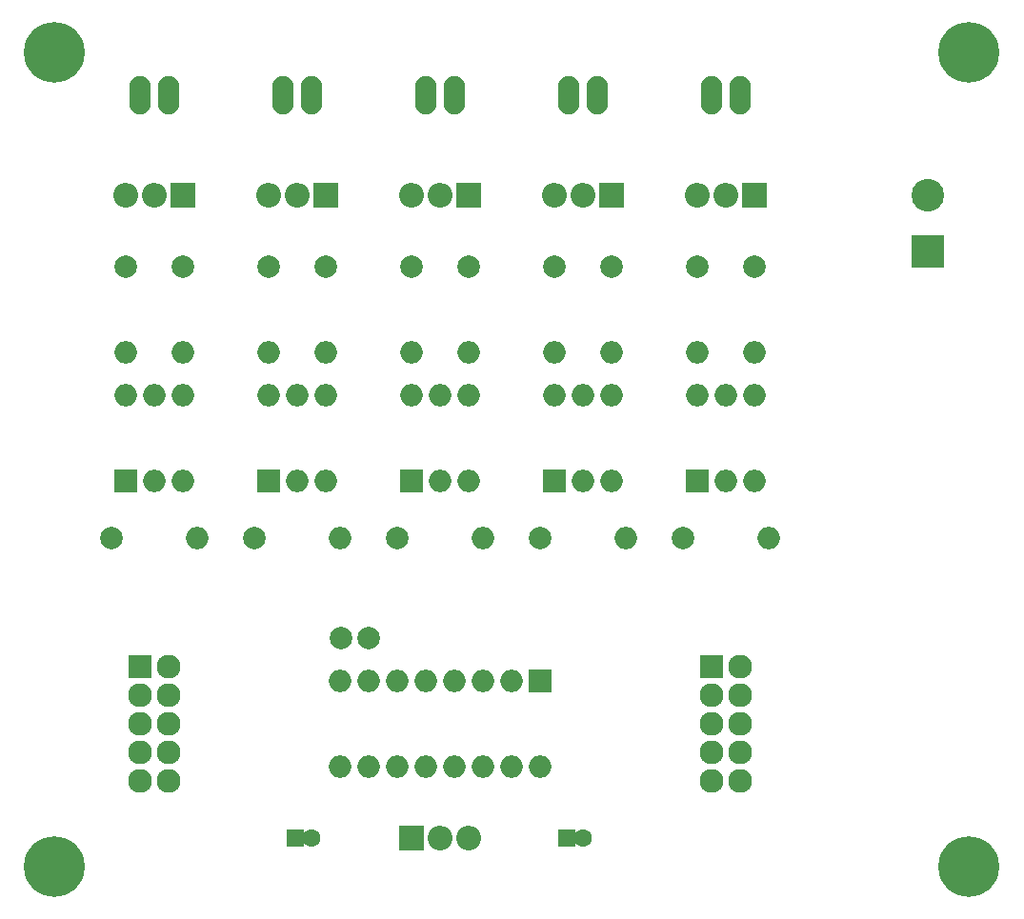
<source format=gts>
G04 #@! TF.FileFunction,Soldermask,Top*
%FSLAX46Y46*%
G04 Gerber Fmt 4.6, Leading zero omitted, Abs format (unit mm)*
G04 Created by KiCad (PCBNEW 4.0.5) date 09/05/17 09:18:43*
%MOMM*%
%LPD*%
G01*
G04 APERTURE LIST*
%ADD10C,0.100000*%
%ADD11R,2.127200X2.127200*%
%ADD12O,2.127200X2.127200*%
%ADD13C,5.400000*%
%ADD14O,1.910000X3.410000*%
%ADD15R,2.900000X2.900000*%
%ADD16C,2.900000*%
%ADD17R,2.000000X2.000000*%
%ADD18O,2.000000X2.000000*%
%ADD19C,2.000000*%
%ADD20R,2.200000X2.200000*%
%ADD21O,2.200000X2.200000*%
%ADD22R,1.600000X1.600000*%
%ADD23C,1.600000*%
G04 APERTURE END LIST*
D10*
D11*
X113030000Y-83820000D03*
D12*
X115570000Y-83820000D03*
X113030000Y-86360000D03*
X115570000Y-86360000D03*
X113030000Y-88900000D03*
X115570000Y-88900000D03*
X113030000Y-91440000D03*
X115570000Y-91440000D03*
X113030000Y-93980000D03*
X115570000Y-93980000D03*
D11*
X62230000Y-83820000D03*
D12*
X64770000Y-83820000D03*
X62230000Y-86360000D03*
X64770000Y-86360000D03*
X62230000Y-88900000D03*
X64770000Y-88900000D03*
X62230000Y-91440000D03*
X64770000Y-91440000D03*
X62230000Y-93980000D03*
X64770000Y-93980000D03*
D13*
X135890000Y-101600000D03*
X54610000Y-101600000D03*
X135890000Y-29210000D03*
D14*
X102870000Y-33020000D03*
X100330000Y-33020000D03*
D15*
X132207000Y-46903640D03*
D16*
X132207000Y-41903640D03*
D17*
X97790000Y-85090000D03*
D18*
X80010000Y-92710000D03*
X95250000Y-85090000D03*
X82550000Y-92710000D03*
X92710000Y-85090000D03*
X85090000Y-92710000D03*
X90170000Y-85090000D03*
X87630000Y-92710000D03*
X87630000Y-85090000D03*
X90170000Y-92710000D03*
X85090000Y-85090000D03*
X92710000Y-92710000D03*
X82550000Y-85090000D03*
X95250000Y-92710000D03*
X80010000Y-85090000D03*
X97790000Y-92710000D03*
D17*
X60960000Y-67310000D03*
D18*
X66040000Y-59690000D03*
X63500000Y-67310000D03*
X63500000Y-59690000D03*
X66040000Y-67310000D03*
X60960000Y-59690000D03*
D19*
X59690000Y-72390000D03*
D18*
X67310000Y-72390000D03*
D19*
X72390000Y-72390000D03*
D18*
X80010000Y-72390000D03*
D19*
X85090000Y-72390000D03*
D18*
X92710000Y-72390000D03*
D19*
X97790000Y-72390000D03*
D18*
X105410000Y-72390000D03*
D19*
X110490000Y-72390000D03*
D18*
X118110000Y-72390000D03*
D19*
X60960000Y-48260000D03*
D18*
X60960000Y-55880000D03*
D19*
X66040000Y-48260000D03*
D18*
X66040000Y-55880000D03*
D19*
X73660000Y-48260000D03*
D18*
X73660000Y-55880000D03*
D19*
X78740000Y-48260000D03*
D18*
X78740000Y-55880000D03*
D19*
X86360000Y-48260000D03*
D18*
X86360000Y-55880000D03*
D19*
X91440000Y-48260000D03*
D18*
X91440000Y-55880000D03*
D19*
X99060000Y-48260000D03*
D18*
X99060000Y-55880000D03*
D19*
X104140000Y-48260000D03*
D18*
X104140000Y-55880000D03*
D19*
X111760000Y-48260000D03*
D18*
X111760000Y-55880000D03*
D19*
X116840000Y-48260000D03*
D18*
X116840000Y-55880000D03*
D17*
X73660000Y-67310000D03*
D18*
X78740000Y-59690000D03*
X76200000Y-67310000D03*
X76200000Y-59690000D03*
X78740000Y-67310000D03*
X73660000Y-59690000D03*
D17*
X86360000Y-67310000D03*
D18*
X91440000Y-59690000D03*
X88900000Y-67310000D03*
X88900000Y-59690000D03*
X91440000Y-67310000D03*
X86360000Y-59690000D03*
D17*
X99060000Y-67310000D03*
D18*
X104140000Y-59690000D03*
X101600000Y-67310000D03*
X101600000Y-59690000D03*
X104140000Y-67310000D03*
X99060000Y-59690000D03*
D17*
X111760000Y-67310000D03*
D18*
X116840000Y-59690000D03*
X114300000Y-67310000D03*
X114300000Y-59690000D03*
X116840000Y-67310000D03*
X111760000Y-59690000D03*
D20*
X66040000Y-41910000D03*
D21*
X63500000Y-41910000D03*
X60960000Y-41910000D03*
D20*
X78740000Y-41910000D03*
D21*
X76200000Y-41910000D03*
X73660000Y-41910000D03*
D20*
X91440000Y-41910000D03*
D21*
X88900000Y-41910000D03*
X86360000Y-41910000D03*
D20*
X104140000Y-41910000D03*
D21*
X101600000Y-41910000D03*
X99060000Y-41910000D03*
D20*
X116840000Y-41910000D03*
D21*
X114300000Y-41910000D03*
X111760000Y-41910000D03*
D20*
X86360000Y-99060000D03*
D21*
X88900000Y-99060000D03*
X91440000Y-99060000D03*
D14*
X64770000Y-33020000D03*
X62230000Y-33020000D03*
X77470000Y-33020000D03*
X74930000Y-33020000D03*
X90170000Y-33020000D03*
X87630000Y-33020000D03*
X115570000Y-33020000D03*
X113030000Y-33020000D03*
D19*
X82550000Y-81280000D03*
X80050000Y-81280000D03*
D22*
X100100000Y-99060000D03*
D23*
X101600000Y-99060000D03*
D22*
X75970000Y-99060000D03*
D23*
X77470000Y-99060000D03*
D13*
X54610000Y-29210000D03*
M02*

</source>
